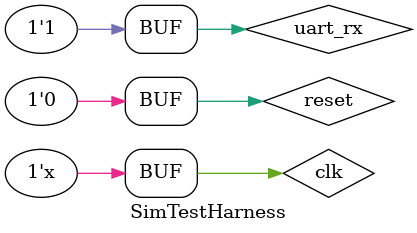
<source format=v>
`timescale 1ns / 1ps

module SimTestHarness( );
    
    reg reset;
    reg clk;
    reg uart_rx;

    initial begin
        reset = 1;
        clk = 1;
        uart_rx = 1;
        #200;
        reset = 0;
    end
    always #5 clk = ~clk;

    StarshipFPGATop dut (
        .clock(clk),
        .reset(reset),
        .uart_0_rxd(uart_rx)
    );
        
endmodule

</source>
